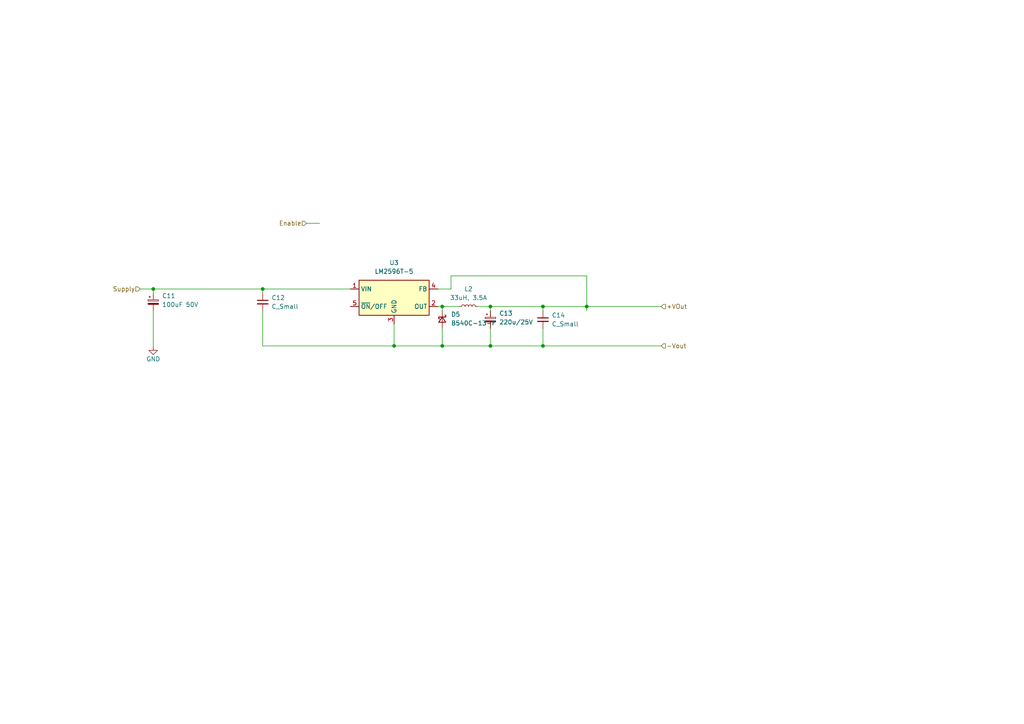
<source format=kicad_sch>
(kicad_sch (version 20211123) (generator eeschema)
  (paper "A4")
  (lib_symbols
    (symbol "Device:C_Polarized_Small" (pin_numbers hide) (pin_names (offset 0.254) hide)
      (property "Reference" "C" (at 0.254 1.778 0))
      (property "Value" "C_Polarized_Small" (at 0.254 -2.032 0))
      (symbol "C_Polarized_Small_0_1"
        (rectangle (start -1.524 -0.3048) (end 1.524 -0.6858) (fill (type outline)))
        (rectangle (start -1.524 0.6858) (end 1.524 0.3048))
        (polyline (pts (xy -1.27 1.524) (xy -0.762 1.524)))
        (polyline (pts (xy -1.016 1.27) (xy -1.016 1.778)))
      )
      (symbol "C_Polarized_Small_1_1"
        (pin passive line (at 0 2.54 270) (length 1.8542) (name "~") (number "1"))
        (pin passive line (at 0 -2.54 90) (length 1.8542) (name "~") (number "2"))
      )
    )
    (symbol "Device:C_Small" (pin_numbers hide) (pin_names (offset 0.254) hide)
      (property "Reference" "C" (at 0.254 1.778 0))
      (property "Value" "C_Small" (at 0.254 -2.032 0))
      (symbol "C_Small_0_1"
        (polyline (pts (xy -1.524 -0.508) (xy 1.524 -0.508)) (stroke (width 0.3302)))
        (polyline (pts (xy -1.524 0.508) (xy 1.524 0.508)) (stroke (width 0.3048)))
      )
      (symbol "C_Small_1_1"
        (pin passive line (at 0 2.54 270) (length 2.032) (name "~") (number "1"))
        (pin passive line (at 0 -2.54 90) (length 2.032) (name "~") (number "2"))
      )
    )
    (symbol "Device:D_Schottky_Small" (pin_numbers hide) (pin_names (offset 0.254) hide)
      (property "Reference" "D" (at -1.27 2.032 0))
      (property "Value" "D_Schottky_Small" (at -7.112 -2.032 0))
      (symbol "D_Schottky_Small_0_1"
        (polyline (pts (xy -0.762 0) (xy 0.762 0)))
        (polyline (pts (xy 0.762 -1.016) (xy -0.762 0) (xy 0.762 1.016) (xy 0.762 -1.016)) (stroke (width 0.254)))
        (polyline (pts (xy -1.27 0.762) (xy -1.27 1.016) (xy -0.762 1.016) (xy -0.762 -1.016) (xy -0.254 -1.016) (xy -0.254 -0.762)) (stroke (width 0.254)))
      )
      (symbol "D_Schottky_Small_1_1"
        (pin passive line (at -2.54 0 0) (length 1.778) (name "K") (number "1"))
        (pin passive line (at 2.54 0 180) (length 1.778) (name "A") (number "2"))
      )
    )
    (symbol "Device:L_Small" (pin_numbers hide) (pin_names (offset 0.254) hide)
      (property "Reference" "L" (at 0.762 1.016 0))
      (property "Value" "L_Small" (at 0.762 -1.016 0))
      (symbol "L_Small_0_1"
        (arc (start 0 -2.032) (mid 0.508 -1.524) (end 0 -1.016))
        (arc (start 0 -1.016) (mid 0.508 -0.508) (end 0 0))
        (arc (start 0 0) (mid 0.508 0.508) (end 0 1.016))
        (arc (start 0 1.016) (mid 0.508 1.524) (end 0 2.032))
      )
      (symbol "L_Small_1_1"
        (pin passive line (at 0 2.54 270) (length 0.508) (name "~") (number "1"))
        (pin passive line (at 0 -2.54 90) (length 0.508) (name "~") (number "2"))
      )
    )
    (symbol "Regulator_Switching:LM2596T-ADJ"
      (property "Reference" "U" (at -10.16 6.35 0))
      (property "Value" "LM2596T-ADJ" (at 0 6.35 0))
      (symbol "LM2596T-ADJ_0_1"
        (rectangle (start -10.16 5.08) (end 10.16 -5.08) (stroke (width 0.254)) (fill (type background)))
      )
      (symbol "LM2596T-ADJ_1_1"
        (pin power_in line (at -12.7 2.54 0) (length 2.54) (name "VIN") (number "1"))
        (pin output line (at 12.7 -2.54 180) (length 2.54) (name "OUT") (number "2"))
        (pin power_in line (at 0 -7.62 90) (length 2.54) (name "GND") (number "3"))
        (pin input line (at 12.7 2.54 180) (length 2.54) (name "FB") (number "4"))
        (pin input line (at -12.7 -2.54 0) (length 2.54) (name "~{ON}/OFF") (number "5"))
      )
    )
    (symbol "power:GND" (power) (pin_names (offset 0))
      (property "Value" "GND" (at 0 -3.81 0))
      (symbol "GND_0_1"
        (polyline (pts (xy 0 0) (xy 0 -1.27) (xy 1.27 -1.27) (xy 0 -2.54) (xy -1.27 -1.27) (xy 0 -1.27)))
      )
      (symbol "GND_1_1"
        (pin power_in line (at 0 0 270) (length 0) hide (name "GND") (number "1"))
      )
    )
  )
  (junction (at 128.27 88.9))
  (junction (at 157.48 100.33))
  (junction (at 157.48 88.9))
  (junction (at 170.18 88.9))
  (junction (at 142.24 100.33))
  (junction (at 76.2 83.82))
  (junction (at 44.45 83.82))
  (junction (at 128.27 100.33))
  (junction (at 114.3 100.33))
  (junction (at 142.24 88.9))
  (wire (pts (xy 128.27 100.33) (xy 142.24 100.33)))
  (wire (pts (xy 157.48 95.25) (xy 157.48 100.33)))
  (wire (pts (xy 142.24 100.33) (xy 142.24 95.25)))
  (wire (pts (xy 127 88.9) (xy 128.27 88.9)))
  (wire (pts (xy 157.48 100.33) (xy 191.77 100.33)))
  (wire (pts (xy 76.2 83.82) (xy 101.6 83.82)))
  (wire (pts (xy 170.18 88.9) (xy 191.77 88.9)))
  (wire (pts (xy 114.3 100.33) (xy 114.3 93.98)))
  (wire (pts (xy 142.24 88.9) (xy 142.24 90.17)))
  (wire (pts (xy 76.2 83.82) (xy 76.2 85.09)))
  (wire (pts (xy 157.48 88.9) (xy 170.18 88.9)))
  (wire (pts (xy 88.9 64.77) (xy 92.71 64.77)))
  (wire (pts (xy 130.81 83.82) (xy 127 83.82)))
  (wire (pts (xy 76.2 90.17) (xy 76.2 100.33)))
  (wire (pts (xy 44.45 83.82) (xy 44.45 85.09)))
  (wire (pts (xy 76.2 100.33) (xy 114.3 100.33)))
  (wire (pts (xy 114.3 100.33) (xy 128.27 100.33)))
  (wire (pts (xy 40.64 83.82) (xy 44.45 83.82)))
  (wire (pts (xy 44.45 90.17) (xy 44.45 100.33)))
  (wire (pts (xy 142.24 88.9) (xy 157.48 88.9)))
  (wire (pts (xy 142.24 100.33) (xy 157.48 100.33)))
  (wire (pts (xy 130.81 80.01) (xy 130.81 83.82)))
  (wire (pts (xy 128.27 88.9) (xy 133.35 88.9)))
  (wire (pts (xy 138.43 88.9) (xy 142.24 88.9)))
  (wire (pts (xy 170.18 80.01) (xy 170.18 88.9)))
  (wire (pts (xy 128.27 100.33) (xy 128.27 95.25)))
  (wire (pts (xy 128.27 88.9) (xy 128.27 90.17)))
  (wire (pts (xy 170.18 88.9) (xy 170.18 90.17)))
  (wire (pts (xy 44.45 83.82) (xy 76.2 83.82)))
  (wire (pts (xy 157.48 88.9) (xy 157.48 90.17)))
  (wire (pts (xy 130.81 80.01) (xy 170.18 80.01)))
  (hierarchical_label "+VOut" (shape input) (at 191.77 88.9 0))
  (hierarchical_label "Enable" (shape input) (at 88.9 64.77 180))
  (hierarchical_label "Supply" (shape input) (at 40.64 83.82 180))
  (hierarchical_label "-Vout" (shape input) (at 191.77 100.33 0))
  (symbol (lib_id "Device:L_Small") (at 135.89 88.9 90) (unit 1)
    (property "Reference" "L2" (at 135.89 83.82 90))
    (property "Value" "33uH, 3.5A" (at 135.89 86.36 90))
    (property "Footprint" "Inductor_SMD:L_Bourns_SRR1260" (effects hide))
    (property "P/N" "SRR1280A-330M" (effects hide))
  )
  (symbol (lib_id "Device:C_Small") (at 157.48 92.71 0) (unit 1)
    (property "Reference" "C14" (at 160.02 91.4462 0) (effects (justify left)))
    (property "Value" "C_Small" (at 160.02 93.9862 0) (effects (justify left)))
    (property "Footprint" "Capacitor_SMD:C_0805_2012Metric_Pad1.18x1.45mm_HandSolder" (effects hide))
  )
  (symbol (lib_id "Regulator_Switching:LM2596T-ADJ") (at 114.3 86.36 0) (unit 1)
    (property "Reference" "U3" (at 114.3 76.2 0))
    (property "Value" "LM2596T-5" (at 114.3 78.74 0))
    (property "Footprint" "Package_TO_SOT_THT:TO-220-5_P3.4x3.7mm_StaggerOdd_Lead3.8mm_Vertical" (effects hide))
    (property "Datasheet" "http://www.ti.com/lit/ds/symlink/lm2596.pdf" (effects hide))
  )
  (symbol (lib_id "power:GND") (at 44.45 100.33 0) (unit 1)
    (property "Reference" "#PWR016" (effects hide))
    (property "Value" "GND" (at 44.45 104.14 0))
  )
  (symbol (lib_id "Device:D_Schottky_Small") (at 128.27 92.71 270) (unit 1)
    (property "Reference" "D5" (at 130.81 91.1859 90) (effects (justify left)))
    (property "Value" "B540C-13-F" (at 130.81 93.7259 90) (effects (justify left)))
    (property "Footprint" "Diode_SMD:D_SMC" (effects hide))
  )
  (symbol (lib_id "Device:C_Small") (at 76.2 87.63 0) (unit 1)
    (property "Reference" "C12" (at 78.74 86.3662 0) (effects (justify left)))
    (property "Value" "C_Small" (at 78.74 88.9062 0) (effects (justify left)))
    (property "Footprint" "Capacitor_SMD:C_0805_2012Metric_Pad1.18x1.45mm_HandSolder" (effects hide))
  )
  (symbol (lib_id "Device:C_Polarized_Small") (at 44.45 87.63 0) (unit 1)
    (property "Reference" "C11" (at 46.99 85.8138 0) (effects (justify left)))
    (property "Value" "100uF 50V" (at 46.99 88.3538 0) (effects (justify left)))
    (property "Footprint" "Capacitor_THT:CP_Radial_D8.0mm_P3.50mm" (effects hide))
    (property "P/N" "860010674014" (effects hide))
  )
  (symbol (lib_id "Device:C_Polarized_Small") (at 142.24 92.71 0) (unit 1)
    (property "Reference" "C13" (at 144.78 90.8938 0) (effects (justify left)))
    (property "Value" "220u/25V" (at 144.78 93.4338 0) (effects (justify left)))
    (property "Footprint" "Capacitor_THT:CP_Radial_D6.3mm_P2.50mm" (effects hide))
    (property "P/N" "860010473011" (effects hide))
  )
)
</source>
